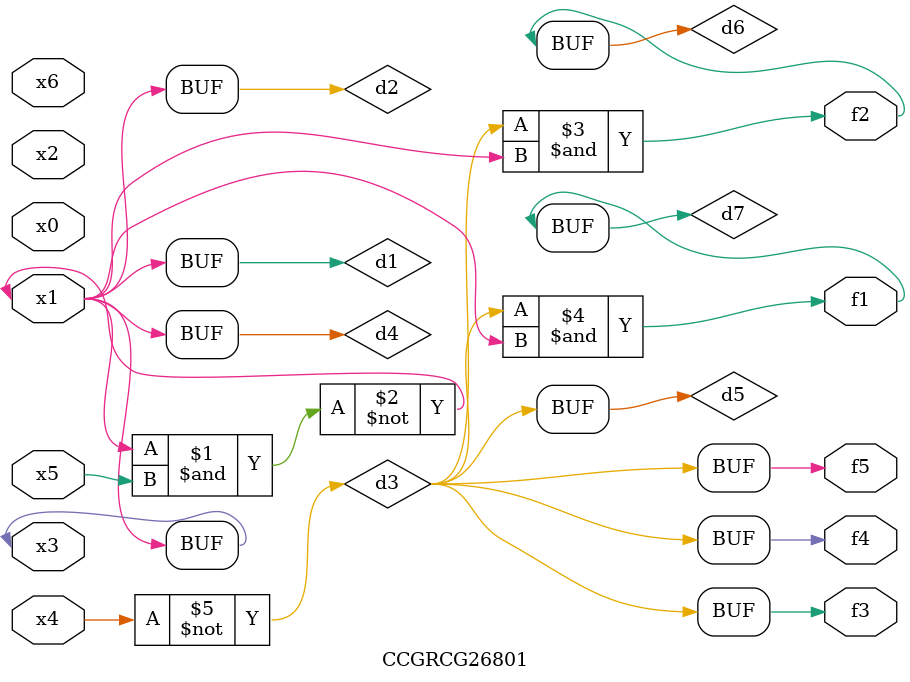
<source format=v>
module CCGRCG26801(
	input x0, x1, x2, x3, x4, x5, x6,
	output f1, f2, f3, f4, f5
);

	wire d1, d2, d3, d4, d5, d6, d7;

	buf (d1, x1, x3);
	nand (d2, x1, x5);
	not (d3, x4);
	buf (d4, d1, d2);
	buf (d5, d3);
	and (d6, d3, d4);
	and (d7, d3, d4);
	assign f1 = d7;
	assign f2 = d6;
	assign f3 = d5;
	assign f4 = d5;
	assign f5 = d5;
endmodule

</source>
